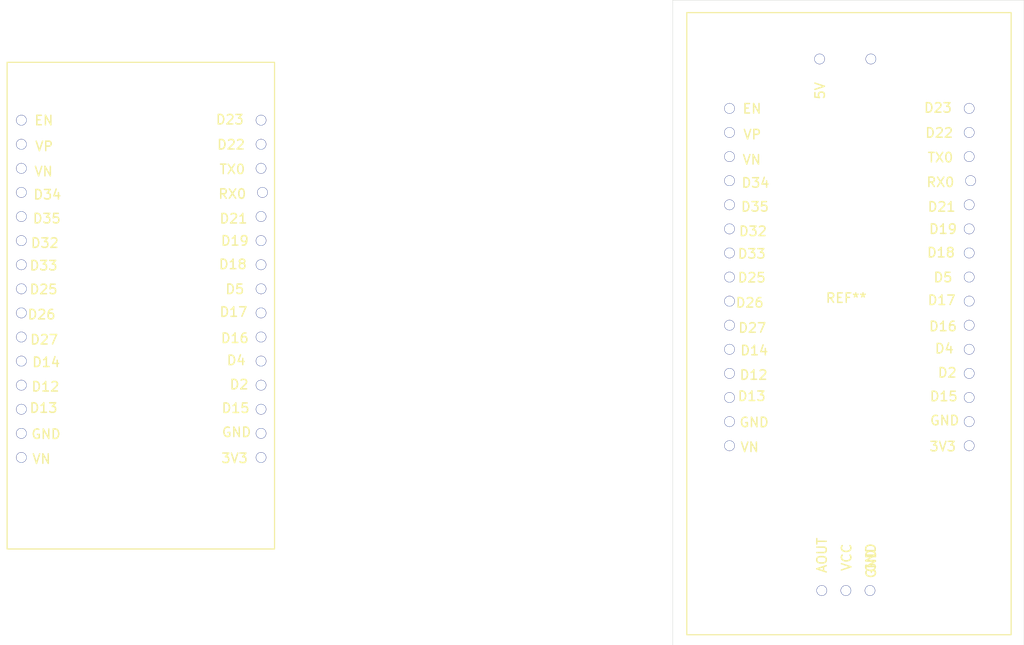
<source format=kicad_pcb>
(kicad_pcb (version 20211014) (generator pcbnew)
  (layers (0 "F.Cu" signal "Front") (31 "B.Cu" signal "Back") (34 "B.Paste" user) (35 "F.Paste" user) (36 "B.SilkS" user "B.Silkscreen") (37 "F.SilkS" user "F.Silkscreen") (38 "B.Mask" user) (39 "F.Mask" user) (44 "Edge.Cuts" user))
  (net 0 "")
  (footprint "Esp32 Deckit v1:Esp32" (layer "F.Cu") (at 119.38 63.5)
    (fp_text reference "U3" hide)
    (fp_text value "Devkit_V1" hide)
    (fp_text user "VN" (at 4.34 11.56 unlocked) (layer "F.SilkS"))
    (fp_text user "RX0" (at 24.22 13.93 unlocked) (layer "F.SilkS"))
    (fp_text user "D4" (at 24.63 31.47 unlocked) (layer "F.SilkS"))
    (fp_text user "TX0" (at 24.22 11.33 unlocked) (layer "F.SilkS"))
    (fp_text user "D25" (at 4.34 23.99 unlocked) (layer "F.SilkS"))
    (fp_text user "D33" (at 4.34 21.48 unlocked) (layer "F.SilkS"))
    (fp_text user "D19" (at 24.49 18.87 unlocked) (layer "F.SilkS"))
    (fp_text user "GND" (at 4.6 39.25 unlocked) (layer "F.SilkS"))
    (fp_text user "D35" (at 4.68 16.52 unlocked) (layer "F.SilkS"))
    (fp_text user "D23" (at 23.96 6.09 unlocked) (layer "F.SilkS"))
    (fp_text user "D18" (at 24.28 21.35 unlocked) (layer "F.SilkS"))
    (fp_text user "D32" (at 4.47 19.1 unlocked) (layer "F.SilkS"))
    (fp_text user "D34" (at 4.74 14 unlocked) (layer "F.SilkS"))
    (fp_text user "GND" (at 24.67 39.05 unlocked) (layer "F.SilkS"))
    (fp_text user "VN" (at 4.12 41.87 unlocked) (layer "F.SilkS"))
    (fp_text user "D12" (at 4.54 34.25 unlocked) (layer "F.SilkS"))
    (fp_text user "3V3" (at 24.46 41.79 unlocked) (layer "F.SilkS"))
    (fp_text user "D16" (at 24.49 29.13 unlocked) (layer "F.SilkS"))
    (fp_text user "D17" (at 24.35 26.37 unlocked) (layer "F.SilkS"))
    (fp_text user "D13" (at 4.34 36.49 unlocked) (layer "F.SilkS"))
    (fp_text user "D2" (at 24.94 34.02 unlocked) (layer "F.SilkS"))
    (fp_text user "D5" (at 24.49 23.97 unlocked) (layer "F.SilkS"))
    (fp_text user "EN" (at 4.37 6.18) (layer "F.SilkS"))
    (fp_text user "D22" (at 24.09 8.73 unlocked) (layer "F.SilkS"))
    (fp_text user "VP" (at 4.4 8.91 unlocked) (layer "F.SilkS"))
    (fp_text user "D26" (at 4.13 26.64 unlocked) (layer "F.SilkS"))
    (fp_text user "D14" (at 4.61 31.67 unlocked) (layer "F.SilkS"))
    (fp_text user "D21" (at 24.35 16.53 unlocked) (layer "F.SilkS"))
    (fp_text user "D15" (at 24.57 36.51 unlocked) (layer "F.SilkS"))
    (fp_text user "D27" (at 4.4 29.29 unlocked) (layer "F.SilkS"))
    (fp_rect (start 0.5 0.05) (end 28.67 51.36) (layer "F.SilkS") (width 0.12) (fill none))
    (pad "1" thru_hole circle (at 27.25 31.55) (size 1.1 1.1) (drill 1.02) (layers *.Cu *.Mask))
    (pad "1" thru_hole circle (at 27.25 39.17) (size 1.1 1.1) (drill 1.02) (layers *.Cu *.Mask))
    (pad "1" thru_hole circle (at 27.4 13.77) (size 1.1 1.1) (drill 1.02) (layers *.Cu *.Mask))
    (pad "1" thru_hole circle (at 27.25 26.47) (size 1.1 1.1) (drill 1.02) (layers *.Cu *.Mask))
    (pad "1" thru_hole circle (at 2 31.55) (size 1.1 1.1) (drill 1.02) (layers *.Cu *.Mask))
    (pad "1" thru_hole circle (at 27.25 36.63) (size 1.1 1.1) (drill 1.02) (layers *.Cu *.Mask))
    (pad "1" thru_hole circle (at 2 39.17) (size 1.1 1.1) (drill 1.02) (layers *.Cu *.Mask))
    (pad "1" thru_hole circle (at 27.25 6.15) (size 1.1 1.1) (drill 1.02) (layers *.Cu *.Mask))
    (pad "1" thru_hole circle (at 2 26.47) (size 1.1 1.1) (drill 1.02) (layers *.Cu *.Mask))
    (pad "1" thru_hole circle (at 27.25 8.69) (size 1.1 1.1) (drill 1.02) (layers *.Cu *.Mask))
    (pad "1" thru_hole circle (at 27.25 21.39) (size 1.1 1.1) (drill 1.02) (layers *.Cu *.Mask))
    (pad "1" thru_hole circle (at 2 29.01) (size 1.1 1.1) (drill 1.02) (layers *.Cu *.Mask))
    (pad "1" thru_hole circle (at 27.25 11.23) (size 1.1 1.1) (drill 1.02) (layers *.Cu *.Mask))
    (pad "1" thru_hole circle (at 27.25 34.09) (size 1.1 1.1) (drill 1.02) (layers *.Cu *.Mask))
    (pad "1" thru_hole circle (at 27.25 29.01) (size 1.1 1.1) (drill 1.02) (layers *.Cu *.Mask))
    (pad "1" thru_hole circle (at 2 6.15) (size 1.1 1.1) (drill 1.02) (layers *.Cu *.Mask))
    (pad "1" thru_hole circle (at 27.25 18.85) (size 1.1 1.1) (drill 1.02) (layers *.Cu *.Mask))
    (pad "1" thru_hole circle (at 27.25 41.71) (size 1.1 1.1) (drill 1.02) (layers *.Cu *.Mask))
    (pad "1" thru_hole circle (at 27.25 16.31) (size 1.1 1.1) (drill 1.02) (layers *.Cu *.Mask))
    (pad "1" thru_hole circle (at 2 36.63) (size 1.1 1.1) (drill 1.02) (layers *.Cu *.Mask))
    (pad "1" thru_hole circle (at 2 34.09) (size 1.1 1.1) (drill 1.02) (layers *.Cu *.Mask))
    (pad "1" thru_hole circle (at 27.25 23.93) (size 1.1 1.1) (drill 1.02) (layers *.Cu *.Mask))
    (pad "1" thru_hole circle (at 2 41.71) (size 1.1 1.1) (drill 1.02) (layers *.Cu *.Mask))
    (pad "2" thru_hole circle (at 2 8.69) (size 1.1 1.1) (drill 1.02) (layers *.Cu *.Mask))
    (pad "3" thru_hole circle (at 2 11.23) (size 1.1 1.1) (drill 1.02) (layers *.Cu *.Mask))
    (pad "4" thru_hole circle (at 2 13.77) (size 1.1 1.1) (drill 1.02) (layers *.Cu *.Mask))
    (pad "5" thru_hole circle (at 2 16.31) (size 1.1 1.1) (drill 1.02) (layers *.Cu *.Mask))
    (pad "6" thru_hole circle (at 2 18.85) (size 1.1 1.1) (drill 1.02) (layers *.Cu *.Mask))
    (pad "7" thru_hole circle (at 2 21.39) (size 1.1 1.1) (drill 1.02) (layers *.Cu *.Mask))
    (pad "8" thru_hole circle (at 2 23.93) (size 1.1 1.1) (drill 1.02) (layers *.Cu *.Mask))
  )
  (footprint "soil moisture:Soil" (layer "F.Cu") (at 208.28 88.9)
    (fp_text reference "REF**" (at 0 -0.5 unlocked) (layer "F.SilkS"))
    (fp_text value "Soil")
    (fp_text user "EN" (at -9.93 -20.46) (layer "F.SilkS"))
    (fp_text user "GND" (at 10.37 12.41 unlocked) (layer "F.SilkS"))
    (fp_text user "D26" (at -10.17 0 unlocked) (layer "F.SilkS"))
    (fp_text user "VN" (at -9.96 -15.08 unlocked) (layer "F.SilkS"))
    (fp_text user "VP" (at -9.9 -17.73 unlocked) (layer "F.SilkS"))
    (fp_text user "RX0" (at 9.92 -12.71 unlocked) (layer "F.SilkS"))
    (fp_text user "GND" (at 2.62 27.52 90 unlocked) (layer "F.SilkS"))
    (fp_text user "D17" (at 10.05 -0.27 unlocked) (layer "F.SilkS"))
    (fp_text user "VCC" (at 0.03 26.84 90 unlocked) (layer "F.SilkS"))
    (fp_text user "D35" (at -9.62 -10.12 unlocked) (layer "F.SilkS"))
    (fp_text user "VN" (at -10.18 15.23 unlocked) (layer "F.SilkS"))
    (fp_text user "D19" (at 10.19 -7.77 unlocked) (layer "F.SilkS"))
    (fp_text user "D23" (at 9.66 -20.55 unlocked) (layer "F.SilkS"))
    (fp_text user "D25" (at -9.96 -2.65 unlocked) (layer "F.SilkS"))
    (fp_text user "D27" (at -9.9 2.65 unlocked) (layer "F.SilkS"))
    (fp_text user "AOUT" (at -2.56 26.62 90 unlocked) (layer "F.SilkS"))
    (fp_text user "D18" (at 9.98 -5.29 unlocked) (layer "F.SilkS"))
    (fp_text user "5V" (at -2.76 -22.35 -270 unlocked) (layer "F.SilkS"))
    (fp_text user "D32" (at -9.83 -7.54 unlocked) (layer "F.SilkS"))
    (fp_text user "D22" (at 9.79 -17.91 unlocked) (layer "F.SilkS"))
    (fp_text user "D12" (at -9.76 7.61 unlocked) (layer "F.SilkS"))
    (fp_text user "D21" (at 10.05 -10.11 unlocked) (layer "F.SilkS"))
    (fp_text user "3V3" (at 10.16 15.15 unlocked) (layer "F.SilkS"))
    (fp_text user "GND" (at 2.59 26.89 90 unlocked) (layer "F.SilkS"))
    (fp_text user "GND" (at -9.7 12.61 unlocked) (layer "F.SilkS"))
    (fp_text user "D14" (at -9.69 5.03 unlocked) (layer "F.SilkS"))
    (fp_text user "TX0" (at 9.92 -15.31 unlocked) (layer "F.SilkS"))
    (fp_text user "D4" (at 10.33 4.83 unlocked) (layer "F.SilkS"))
    (fp_text user "D13" (at -9.96 9.85 unlocked) (layer "F.SilkS"))
    (fp_text user "D15" (at 10.27 9.87 unlocked) (layer "F.SilkS"))
    (fp_text user "D33" (at -9.96 -5.16 unlocked) (layer "F.SilkS"))
    (fp_text user "D34" (at -9.56 -12.64 unlocked) (layer "F.SilkS"))
    (fp_text user "D2" (at 10.64 7.38 unlocked) (layer "F.SilkS"))
    (fp_text user "D16" (at 10.19 2.49 unlocked) (layer "F.SilkS"))
    (fp_text user "D5" (at 10.19 -2.67 unlocked) (layer "F.SilkS"))
    (fp_rect (start -16.8 -30.59) (end 17.37 35) (layer "F.SilkS") (width 0.12) (fill none))
    (pad "1" thru_hole circle (at -12.3 7.45) (size 1.1 1.1) (drill 1.02) (layers *.Cu *.Mask))
    (pad "1" thru_hole circle (at 12.95 -15.41) (size 1.1 1.1) (drill 1.02) (layers *.Cu *.Mask))
    (pad "1" thru_hole circle (at 12.95 15.07) (size 1.1 1.1) (drill 1.02) (layers *.Cu *.Mask))
    (pad "1" thru_hole circle (at 12.95 12.53) (size 1.1 1.1) (drill 1.02) (layers *.Cu *.Mask))
    (pad "1" thru_hole circle (at -12.3 -0.17) (size 1.1 1.1) (drill 1.02) (layers *.Cu *.Mask))
    (pad "1" thru_hole circle (at -12.3 15.07) (size 1.1 1.1) (drill 1.02) (layers *.Cu *.Mask))
    (pad "1" thru_hole circle (at 12.95 9.99) (size 1.1 1.1) (drill 1.02) (layers *.Cu *.Mask))
    (pad "1" thru_hole circle (at -12.3 4.91) (size 1.1 1.1) (drill 1.02) (layers *.Cu *.Mask))
    (pad "1" thru_hole circle (at 12.95 -2.71) (size 1.1 1.1) (drill 1.02) (layers *.Cu *.Mask))
    (pad "1" thru_hole circle (at -12.3 9.99) (size 1.1 1.1) (drill 1.02) (layers *.Cu *.Mask))
    (pad "1" thru_hole circle (at -12.3 -20.49) (size 1.1 1.1) (drill 1.02) (layers *.Cu *.Mask))
    (pad "1" thru_hole circle (at -2.58 30.34) (size 1.1 1.1) (drill 1.02) (layers *.Cu *.Mask))
    (pad "1" thru_hole circle (at -0.04 30.34) (size 1.1 1.1) (drill 1.02) (layers *.Cu *.Mask))
    (pad "1" thru_hole circle (at 12.95 -20.49) (size 1.1 1.1) (drill 1.02) (layers *.Cu *.Mask))
    (pad "1" thru_hole circle (at -12.3 2.37) (size 1.1 1.1) (drill 1.02) (layers *.Cu *.Mask))
    (pad "1" thru_hole circle (at 12.95 2.37) (size 1.1 1.1) (drill 1.02) (layers *.Cu *.Mask))
    (pad "1" thru_hole circle (at 13.1 -12.87) (size 1.1 1.1) (drill 1.02) (layers *.Cu *.Mask))
    (pad "1" thru_hole circle (at 12.95 -17.95) (size 1.1 1.1) (drill 1.02) (layers *.Cu *.Mask))
    (pad "1" thru_hole circle (at -2.81 -25.7) (size 1.1 1.1) (drill 1.02) (layers *.Cu *.Mask))
    (pad "1" thru_hole circle (at 12.95 7.45) (size 1.1 1.1) (drill 1.02) (layers *.Cu *.Mask))
    (pad "1" thru_hole circle (at 12.95 -10.33) (size 1.1 1.1) (drill 1.02) (layers *.Cu *.Mask))
    (pad "1" thru_hole circle (at 2.59 -25.7) (size 1.1 1.1) (drill 1.02) (layers *.Cu *.Mask))
    (pad "1" thru_hole circle (at 12.95 4.91) (size 1.1 1.1) (drill 1.02) (layers *.Cu *.Mask))
    (pad "1" thru_hole circle (at 12.95 -0.17) (size 1.1 1.1) (drill 1.02) (layers *.Cu *.Mask))
    (pad "1" thru_hole circle (at -12.3 12.53) (size 1.1 1.1) (drill 1.02) (layers *.Cu *.Mask))
    (pad "1" thru_hole circle (at 12.95 -7.79) (size 1.1 1.1) (drill 1.02) (layers *.Cu *.Mask))
    (pad "1" thru_hole circle (at 2.5 30.34) (size 1.1 1.1) (drill 1.02) (layers *.Cu *.Mask))
    (pad "1" thru_hole circle (at 12.95 -5.25) (size 1.1 1.1) (drill 1.02) (layers *.Cu *.Mask))
    (pad "2" thru_hole circle (at -12.3 -17.95) (size 1.1 1.1) (drill 1.02) (layers *.Cu *.Mask))
    (pad "3" thru_hole circle (at -12.3 -15.41) (size 1.1 1.1) (drill 1.02) (layers *.Cu *.Mask))
    (pad "4" thru_hole circle (at -12.3 -12.87) (size 1.1 1.1) (drill 1.02) (layers *.Cu *.Mask))
    (pad "5" thru_hole circle (at -12.3 -10.33) (size 1.1 1.1) (drill 1.02) (layers *.Cu *.Mask))
    (pad "6" thru_hole circle (at -12.3 -7.79) (size 1.1 1.1) (drill 1.02) (layers *.Cu *.Mask))
    (pad "7" thru_hole circle (at -12.3 -5.25) (size 1.1 1.1) (drill 1.02) (layers *.Cu *.Mask))
    (pad "8" thru_hole circle (at -12.3 -2.71) (size 1.1 1.1) (drill 1.02) (layers *.Cu *.Mask))
  )
  (gr_line (start 190 57) (end 190 125) (layer "Edge.Cuts") (width 0.0381))
  (gr_line (start 190 125) (end 227 125) (layer "Edge.Cuts") (width 0.0381))
  (gr_line (start 190 57) (end 227 57) (layer "Edge.Cuts") (width 0.0381))
  (gr_line (start 227 125) (end 227 57) (layer "Edge.Cuts") (width 0.0381))
)
</source>
